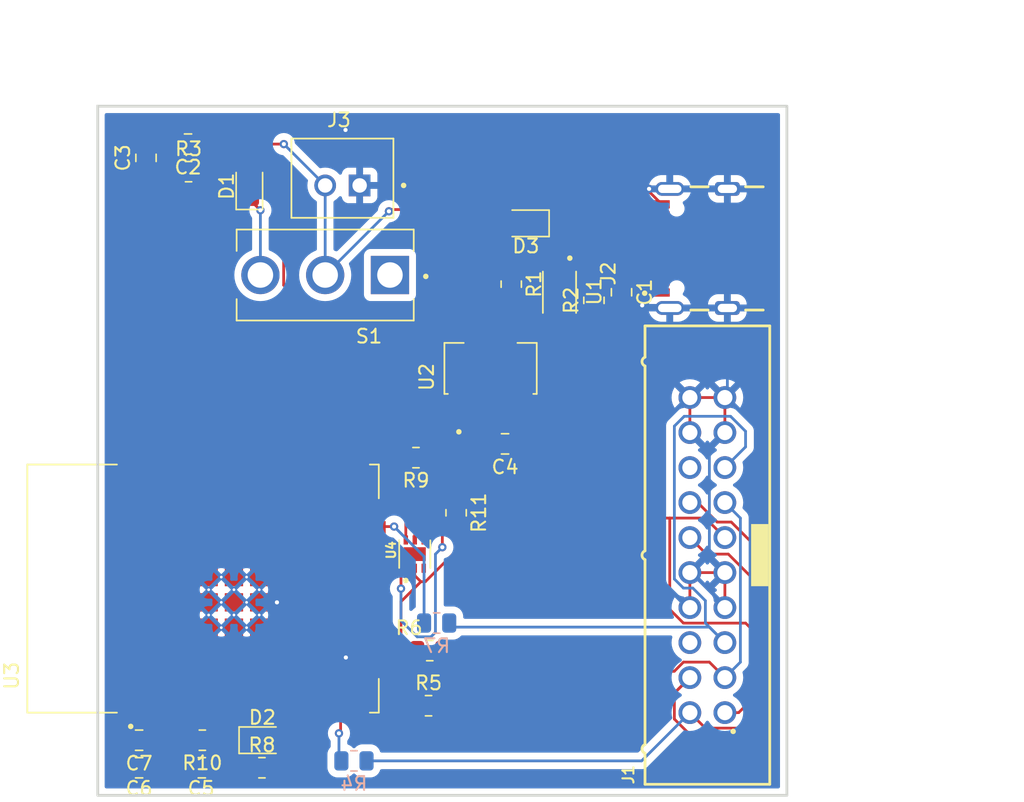
<source format=kicad_pcb>
(kicad_pcb (version 20240108) (generator "pcbnew") (generator_version "8.0")
  (layers (0 "F.Cu" signal) (31 "B.Cu" signal) (34 "B.Paste" user) (35 "F.Paste" user) (36 "B.SilkS" user "B.Silkscreen") (37 "F.SilkS" user "F.Silkscreen") (38 "B.Mask" user) (39 "F.Mask" user) (44 "Edge.Cuts" user))
  (net 0 "")
  (net 1 "Net-(J1-Pad15)")
  (net 2 "+3.3V")
  (net 3 "GNDPWR")
  (net 4 "Net-(J1-Pad14)")
  (net 7 "Net-(J1-Pad12)")
  (net 8 "Net-(J1-Pad13)")
  (net 9 "VBUS")
  (net 10 "VCC")
  (net 11 "Net-(U2-VIN)")
  (net 12 "Net-(U3-EN)")
  (net 13 "Net-(D1-Pad1)")
  (net 14 "Net-(D1-Pad2)")
  (net 15 "Net-(D2-Pad1)")
  (net 16 "Net-(U3-IO33)")
  (net 17 "Net-(D3-Pad2)")
  (net 26 "Net-(U1-STAT)")
  (net 27 "Net-(U1-PROG)")
  (net 28 "Net-(U3-IO14)")
  (net 29 "Net-(U3-IO12)")
  (net 30 "Net-(U3-IO13)")
  (net 31 "Net-(U3-IO15)")
  (net 43 "Net-(U3-SDO{slash}SD0)")
  (net 58 "Net-(U3-SDI{slash}SD1)")
  (footprint "Resistor_SMD:R_0805_2012Metric" (layer "F.Cu") (at 120.0875 141)
    (property "Reference" "R6" (at -1.5 -1.65 0) (layer "F.SilkS"))
    (property "Value" "100")
    (pad "1" smd roundrect (at -0.9125 0) (size 1.025 1.4) (layers "F.Cu" "F.Paste" "F.Mask") (roundrect_rratio 0.243902) (net 30 "Net-(U3-IO13)"))
    (pad "2" smd roundrect (at 0.9125 0) (size 1.025 1.4) (layers "F.Cu" "F.Paste" "F.Mask") (roundrect_rratio 0.243902) (net 8 "Net-(J1-Pad13)"))
  )
  (footprint "Capacitor_SMD:C_0805_2012Metric" (layer "F.Cu") (at 99.5 105.25 90)
    (property "Reference" "C3" (at 0 -1.68 90) (layer "F.SilkS"))
    (property "Value" "4.7 uF")
    (pad "1" smd roundrect (at -0.95 0 90) (size 1 1.45) (layers "F.Cu" "F.Paste" "F.Mask") (net 11 "Net-(U2-VIN)"))
    (pad "2" smd roundrect (at 0.95 0 90) (size 1 1.45) (layers "F.Cu" "F.Paste" "F.Mask") (net 3 "GNDPWR"))
  )
  (footprint "MCP1825S-3302E_DB:SOT230P700X180-4N" (layer "F.Cu") (at 124.5 120.525 90)
    (property "Reference" "U2" (at -0.625 -4.635 90) (layer "F.SilkS"))
    (property "Value" "MCP1825S-3302E_DB")
    (pad "1" smd roundrect (at -3.025 -2.3 90) (size 1.97 0.89) (layers "F.Cu" "F.Paste" "F.Mask") (roundrect_rratio 0.125) (net 11 "Net-(U2-VIN)"))
    (pad "2" smd roundrect (at -3.025 0 90) (size 1.97 0.89) (layers "F.Cu" "F.Paste" "F.Mask") (roundrect_rratio 0.125) (net 3 "GNDPWR"))
    (pad "3" smd roundrect (at -3.025 2.3 90) (size 1.97 0.89) (layers "F.Cu" "F.Paste" "F.Mask") (roundrect_rratio 0.125) (net 2 "+3.3V"))
    (pad "4" smd roundrect (at 3.025 0 90) (size 1.97 3.19) (layers "F.Cu" "F.Paste" "F.Mask") (roundrect_rratio 0.125) (net 3 "GNDPWR"))
  )
  (footprint "Resistor_SMD:R_0805_2012Metric" (layer "F.Cu") (at 126 114.4125 -90)
    (property "Reference" "R1" (at 0 -1.65 90) (layer "F.SilkS"))
    (property "Value" "470")
    (pad "1" smd roundrect (at -0.9125 0 270) (size 1.025 1.4) (layers "F.Cu" "F.Paste" "F.Mask") (roundrect_rratio 0.243902) (net 17 "Net-(D3-Pad2)"))
    (pad "2" smd roundrect (at 0.9125 0 270) (size 1.025 1.4) (layers "F.Cu" "F.Paste" "F.Mask") (roundrect_rratio 0.243902) (net 26 "Net-(U1-STAT)"))
  )
  (footprint "Resistor_SMD:R_0805_2012Metric" (layer "F.Cu") (at 122 131 -90)
    (property "Reference" "R11" (at 0 -1.65 90) (layer "F.SilkS"))
    (property "Value" "10k")
    (pad "1" smd roundrect (at -0.9125 0 270) (size 1.025 1.4) (layers "F.Cu" "F.Paste" "F.Mask") (roundrect_rratio 0.243902) (net 2 "+3.3V"))
    (pad "2" smd roundrect (at 0.9125 0 270) (size 1.025 1.4) (layers "F.Cu" "F.Paste" "F.Mask") (roundrect_rratio 0.243902) (net 58 "Net-(U3-SDI{slash}SD1)"))
  )
  (footprint "500SSP1S2M2QEA:SW_500SSP1S2M2QEA" (layer "F.Cu") (at 112.5 113.75 180)
    (property "Reference" "S1" (at -3.175 -4.445 0) (layer "F.SilkS"))
    (property "Value" "500SSP1S2M2QEA")
    (pad "1" thru_hole rect (at -4.7 0 180) (size 2.775 2.775) (drill 1.85) (layers "*.Cu" "*.Mask"))
    (pad "2" thru_hole circle (at 0 0 180) (size 2.775 2.775) (drill 1.85) (layers "*.Cu" "*.Mask") (net 10 "VCC"))
    (pad "3" thru_hole circle (at 4.7 0 180) (size 2.775 2.775) (drill 1.85) (layers "*.Cu" "*.Mask") (net 13 "Net-(D1-Pad1)"))
  )
  (footprint "ESP32-WROOM-32D:MODULE_ESP32-WROOM-32D" (layer "F.Cu") (at 103.64 136.5 90)
    (property "Reference" "U3" (at -6.325 -13.885 90) (layer "F.SilkS"))
    (property "Value" "ESP32-WROOM-32D")
    (pad "1" smd rect (at -8.5 -5.26 90) (size 2 0.9) (layers "F.Cu" "F.Paste" "F.Mask") (net 3 "GNDPWR"))
    (pad "2" smd rect (at -8.5 -3.99 90) (size 2 0.9) (layers "F.Cu" "F.Paste" "F.Mask") (net 2 "+3.3V"))
    (pad "3" smd rect (at -8.5 -2.72 90) (size 2 0.9) (layers "F.Cu" "F.Paste" "F.Mask") (net 12 "Net-(U3-EN)"))
    (pad "4" smd rect (at -8.5 -1.45 90) (size 2 0.9) (layers "F.Cu" "F.Paste" "F.Mask"))
    (pad "5" smd rect (at -8.5 -0.18 90) (size 2 0.9) (layers "F.Cu" "F.Paste" "F.Mask"))
    (pad "6" smd rect (at -8.5 1.09 90) (size 2 0.9) (layers "F.Cu" "F.Paste" "F.Mask"))
    (pad "7" smd rect (at -8.5 2.36 90) (size 2 0.9) (layers "F.Cu" "F.Paste" "F.Mask"))
    (pad "8" smd rect (at -8.5 3.63 90) (size 2 0.9) (layers "F.Cu" "F.Paste" "F.Mask"))
    (pad "9" smd rect (at -8.5 4.9 90) (size 2 0.9) (layers "F.Cu" "F.Paste" "F.Mask") (net 16 "Net-(U3-IO33)"))
    (pad "10" smd rect (at -8.5 6.17 90) (size 2 0.9) (layers "F.Cu" "F.Paste" "F.Mask"))
    (pad "11" smd rect (at -8.5 7.44 90) (size 2 0.9) (layers "F.Cu" "F.Paste" "F.Mask"))
    (pad "12" smd rect (at -8.5 8.71 90) (size 2 0.9) (layers "F.Cu" "F.Paste" "F.Mask"))
    (pad "13" smd rect (at -8.5 9.98 90) (size 2 0.9) (layers "F.Cu" "F.Paste" "F.Mask") (net 28 "Net-(U3-IO14)"))
    (pad "14" smd rect (at -8.5 11.25 90) (size 2 0.9) (layers "F.Cu" "F.Paste" "F.Mask") (net 29 "Net-(U3-IO12)"))
    (pad "15" smd rect (at -5.715 12.25 90) (size 0.9 2) (layers "F.Cu" "F.Paste" "F.Mask") (net 3 "GNDPWR"))
    (pad "16" smd rect (at -4.445 12.25 90) (size 0.9 2) (layers "F.Cu" "F.Paste" "F.Mask") (net 30 "Net-(U3-IO13)"))
    (pad "17" smd rect (at -3.175 12.25 90) (size 0.9 2) (layers "F.Cu" "F.Paste" "F.Mask"))
    (pad "18" smd rect (at -1.905 12.25 90) (size 0.9 2) (layers "F.Cu" "F.Paste" "F.Mask"))
    (pad "19" smd rect (at -0.635 12.25 90) (size 0.9 2) (layers "F.Cu" "F.Paste" "F.Mask"))
    (pad "20" smd rect (at 0.635 12.25 90) (size 0.9 2) (layers "F.Cu" "F.Paste" "F.Mask"))
    (pad "21" smd rect (at 1.905 12.25 90) (size 0.9 2) (layers "F.Cu" "F.Paste" "F.Mask") (net 43 "Net-(U3-SDO{slash}SD0)"))
    (pad "22" smd rect (at 3.175 12.25 90) (size 0.9 2) (layers "F.Cu" "F.Paste" "F.Mask") (net 58 "Net-(U3-SDI{slash}SD1)"))
    (pad "23" smd rect (at 4.445 12.25 90) (size 0.9 2) (layers "F.Cu" "F.Paste" "F.Mask") (net 31 "Net-(U3-IO15)"))
    (pad "24" smd rect (at 5.715 12.25 90) (size 0.9 2) (layers "F.Cu" "F.Paste" "F.Mask"))
    (pad "25" smd rect (at 8.5 11.25 90) (size 2 0.9) (layers "F.Cu" "F.Paste" "F.Mask"))
    (pad "26" smd rect (at 8.5 9.98 90) (size 2 0.9) (layers "F.Cu" "F.Paste" "F.Mask"))
    (pad "27" smd rect (at 8.5 8.71 90) (size 2 0.9) (layers "F.Cu" "F.Paste" "F.Mask"))
    (pad "28" smd rect (at 8.5 7.44 90) (size 2 0.9) (layers "F.Cu" "F.Paste" "F.Mask"))
    (pad "29" smd rect (at 8.5 6.17 90) (size 2 0.9) (layers "F.Cu" "F.Paste" "F.Mask"))
    (pad "30" smd rect (at 8.5 4.9 90) (size 2 0.9) (layers "F.Cu" "F.Paste" "F.Mask"))
    (pad "31" smd rect (at 8.5 3.63 90) (size 2 0.9) (layers "F.Cu" "F.Paste" "F.Mask"))
    (pad "32" smd rect (at 8.5 2.36 90) (size 2 0.9) (layers "F.Cu" "F.Paste" "F.Mask"))
    (pad "33" smd rect (at 8.5 1.09 90) (size 2 0.9) (layers "F.Cu" "F.Paste" "F.Mask"))
    (pad "34" smd rect (at 8.5 -0.18 90) (size 2 0.9) (layers "F.Cu" "F.Paste" "F.Mask"))
    (pad "35" smd rect (at 8.5 -1.45 90) (size 2 0.9) (layers "F.Cu" "F.Paste" "F.Mask"))
    (pad "36" smd rect (at 8.5 -2.72 90) (size 2 0.9) (layers "F.Cu" "F.Paste" "F.Mask"))
    (pad "37" smd rect (at 8.5 -3.99 90) (size 2 0.9) (layers "F.Cu" "F.Paste" "F.Mask"))
    (pad "38" smd rect (at 8.5 -5.26 90) (size 2 0.9) (layers "F.Cu" "F.Paste" "F.Mask") (net 3 "GNDPWR"))
    (pad "39_1" smd rect (at -2.835 0.405 90) (size 1.33 1.33) (layers "F.Cu" "F.Paste" "F.Mask") (net 3 "GNDPWR"))
    (pad "39_2" smd rect (at -1 0.405 90) (size 1.33 1.33) (layers "F.Cu" "F.Paste" "F.Mask") (net 3 "GNDPWR"))
    (pad "39_3" smd rect (at 0.835 0.405 90) (size 1.33 1.33) (layers "F.Cu" "F.Paste" "F.Mask") (net 3 "GNDPWR"))
    (pad "39_4" smd rect (at -2.835 2.24 90) (size 1.33 1.33) (layers "F.Cu" "F.Paste" "F.Mask") (net 3 "GNDPWR"))
    (pad "39_5" smd rect (at -1 2.24 90) (size 1.33 1.33) (layers "F.Cu" "F.Paste" "F.Mask") (net 3 "GNDPWR"))
    (pad "39_6" smd rect (at 0.835 2.24 90) (size 1.33 1.33) (layers "F.Cu" "F.Paste" "F.Mask") (net 3 "GNDPWR"))
    (pad "39_7" smd rect (at -2.835 4.075 90) (size 1.33 1.33) (layers "F.Cu" "F.Paste" "F.Mask") (net 3 "GNDPWR"))
    (pad "39_8" smd rect (at -1 4.075 90) (size 1.33 1.33) (layers "F.Cu" "F.Paste" "F.Mask") (net 3 "GNDPWR"))
    (pad "39_9" smd rect (at 0.835 4.075 90) (size 1.33 1.33) (layers "F.Cu" "F.Paste" "F.Mask") (net 3 "GNDPWR"))
    (pad "39_10" thru_hole circle (at -1.9175 0.405 90) (size 0.3 0.3) (drill 0.2) (layers "*.Cu" "*.Mask") (net 3 "GNDPWR"))
    (pad "39_11" thru_hole circle (at -0.0825 0.405 90) (size 0.3 0.3) (drill 0.2) (layers "*.Cu" "*.Mask") (net 3 "GNDPWR"))
    (pad "39_12" thru_hole circle (at -2.835 1.3225 90) (size 0.3 0.3) (drill 0.2) (layers "*.Cu" "*.Mask") (net 3 "GNDPWR"))
    (pad "39_13" thru_hole circle (at -1 1.3225 90) (size 0.3 0.3) (drill 0.2) (layers "*.Cu" "*.Mask") (net 3 "GNDPWR"))
    (pad "39_14" thru_hole circle (at 0.835 1.3225 90) (size 0.3 0.3) (drill 0.2) (layers "*.Cu" "*.Mask") (net 3 "GNDPWR"))
    (pad "39_15" thru_hole circle (at -1.9175 2.24 90) (size 0.3 0.3) (drill 0.2) (layers "*.Cu" "*.Mask") (net 3 "GNDPWR"))
    (pad "39_16" thru_hole circle (at -0.0825 2.24 90) (size 0.3 0.3) (drill 0.2) (layers "*.Cu" "*.Mask") (net 3 "GNDPWR"))
    (pad "39_17" thru_hole circle (at -2.835 3.1575 90) (size 0.3 0.3) (drill 0.2) (layers "*.Cu" "*.Mask") (net 3 "GNDPWR"))
    (pad "39_18" thru_hole circle (at -1 3.1575 90) (size 0.3 0.3) (drill 0.2) (layers "*.Cu" "*.Mask") (net 3 "GNDPWR"))
    (pad "39_19" thru_hole circle (at 0.835 3.1575 90) (size 0.3 0.3) (drill 0.2) (layers "*.Cu" "*.Mask") (net 3 "GNDPWR"))
    (pad "39_20" thru_hole circle (at -1.9175 4.075 90) (size 0.3 0.3) (drill 0.2) (layers "*.Cu" "*.Mask") (net 3 "GNDPWR"))
    (pad "39_21" thru_hole circle (at -0.0825 4.075 90) (size 0.3 0.3) (drill 0.2) (layers "*.Cu" "*.Mask") (net 3 "GNDPWR"))
  )
  (footprint "Capacitor_SMD:C_0805_2012Metric" (layer "F.Cu") (at 102.55 104.25 180)
    (property "Reference" "C2" (at 0 -1.68 0) (layer "F.SilkS"))
    (property "Value" "4.7 uF")
    (pad "1" smd roundrect (at -0.95 0 180) (size 1 1.45) (layers "F.Cu" "F.Paste" "F.Mask") (net 10 "VCC"))
    (pad "2" smd roundrect (at 0.95 0 180) (size 1 1.45) (layers "F.Cu" "F.Paste" "F.Mask") (net 3 "GNDPWR"))
  )
  (footprint "Resistor_SMD:R_0805_2012Metric" (layer "F.Cu") (at 103.5875 147.5 180)
    (property "Reference" "R10" (at 0 -1.65 0) (layer "F.SilkS"))
    (property "Value" "1k")
    (pad "1" smd roundrect (at -0.9125 0 180) (size 1.025 1.4) (layers "F.Cu" "F.Paste" "F.Mask") (roundrect_rratio 0.243902) (net 15 "Net-(D2-Pad1)"))
    (pad "2" smd roundrect (at 0.9125 0 180) (size 1.025 1.4) (layers "F.Cu" "F.Paste" "F.Mask") (roundrect_rratio 0.243902) (net 2 "+3.3V"))
  )
  (footprint "MCP73831T-2DCI_MC:SON50P200X300X100-9N" (layer "F.Cu") (at 129.5 115 -90)
    (property "Reference" "U1" (at -0.054 -2.525 90) (layer "F.SilkS"))
    (property "Value" "MCP73831T-2DCI_MC")
    (pad "1" smd roundrect (at -1.435 -0.75 270) (size 0.84 0.27) (layers "F.Cu" "F.Paste" "F.Mask") (roundrect_rratio 0.125) (net 9 "VBUS"))
    (pad "2" smd roundrect (at -1.435 -0.25 270) (size 0.84 0.27) (layers "F.Cu" "F.Paste" "F.Mask") (roundrect_rratio 0.125) (net 9 "VBUS"))
    (pad "3" smd roundrect (at -1.435 0.25 270) (size 0.84 0.27) (layers "F.Cu" "F.Paste" "F.Mask") (roundrect_rratio 0.125) (net 10 "VCC"))
    (pad "4" smd roundrect (at -1.435 0.75 270) (size 0.84 0.27) (layers "F.Cu" "F.Paste" "F.Mask") (roundrect_rratio 0.125) (net 10 "VCC"))
    (pad "5" smd roundrect (at 1.435 0.75 270) (size 0.84 0.27) (layers "F.Cu" "F.Paste" "F.Mask") (roundrect_rratio 0.125) (net 26 "Net-(U1-STAT)"))
    (pad "6" smd roundrect (at 1.435 0.25 270) (size 0.84 0.27) (layers "F.Cu" "F.Paste" "F.Mask") (roundrect_rratio 0.125) (net 3 "GNDPWR"))
    (pad "7" smd roundrect (at 1.435 -0.25 270) (size 0.84 0.27) (layers "F.Cu" "F.Paste" "F.Mask") (roundrect_rratio 0.125))
    (pad "8" smd roundrect (at 1.435 -0.75 270) (size 0.84 0.27) (layers "F.Cu" "F.Paste" "F.Mask") (roundrect_rratio 0.125) (net 27 "Net-(U1-PROG)"))
    (pad "9" smd rect (at 0 0 270) (size 1.63 1.43) (layers "F.Cu" "F.Mask"))
  )
  (footprint "Capacitor_SMD:C_0805_2012Metric" (layer "F.Cu") (at 99 149.5 180)
    (property "Reference" "C6" (at 0 -1.5 0) (layer "F.SilkS"))
    (property "Value" "10uF")
    (pad "1" smd roundrect (at -0.95 0 180) (size 1 1.45) (layers "F.Cu" "F.Paste" "F.Mask") (net 2 "+3.3V"))
    (pad "2" smd roundrect (at 0.95 0 180) (size 1 1.45) (layers "F.Cu" "F.Paste" "F.Mask") (net 3 "GNDPWR"))
  )
  (footprint "USB4105GFA060:GCT_USB4105GFA060" (layer "F.Cu") (at 141.68 111.82 90)
    (property "Reference" "J2" (at -1.825 -8.635 90) (layer "F.SilkS"))
    (property "Value" "USB4105GFA060")
    (pad "" np_thru_hole circle (at -2.89 -3.68 90) (size 0.65 0.65) (drill 0.65) (layers "*.Cu" "*.Mask"))
    (pad "" np_thru_hole circle (at 2.89 -3.68 90) (size 0.65 0.65) (drill 0.65) (layers "*.Cu" "*.Mask"))
    (pad "A1_B12" smd rect (at -3.2 -4.755 90) (size 0.6 1.15) (layers "F.Cu" "F.Paste" "F.Mask") (net 3 "GNDPWR"))
    (pad "A4_B9" smd rect (at -2.4 -4.755 90) (size 0.6 1.15) (layers "F.Cu" "F.Paste" "F.Mask") (net 9 "VBUS"))
    (pad "A5" smd rect (at -1.25 -4.755 90) (size 0.3 1.15) (layers "F.Cu" "F.Paste" "F.Mask"))
    (pad "A6" smd rect (at -0.25 -4.755 90) (size 0.3 1.15) (layers "F.Cu" "F.Paste" "F.Mask"))
    (pad "A7" smd rect (at 0.25 -4.755 90) (size 0.3 1.15) (layers "F.Cu" "F.Paste" "F.Mask"))
    (pad "A8" smd rect (at 1.25 -4.755 90) (size 0.3 1.15) (layers "F.Cu" "F.Paste" "F.Mask"))
    (pad "B1_A12" smd rect (at 3.2 -4.755 90) (size 0.6 1.15) (layers "F.Cu" "F.Paste" "F.Mask") (net 3 "GNDPWR"))
    (pad "B4_A9" smd rect (at 2.4 -4.755 90) (size 0.6 1.15) (layers "F.Cu" "F.Paste" "F.Mask") (net 9 "VBUS"))
    (pad "B5" smd rect (at 1.75 -4.755 90) (size 0.3 1.15) (layers "F.Cu" "F.Paste" "F.Mask"))
    (pad "B6" smd rect (at 0.75 -4.755 90) (size 0.3 1.15) (layers "F.Cu" "F.Paste" "F.Mask"))
    (pad "B7" smd rect (at -0.75 -4.755 90) (size 0.3 1.15) (layers "F.Cu" "F.Paste" "F.Mask"))
    (pad "B8" smd rect (at -1.75 -4.755 90) (size 0.3 1.15) (layers "F.Cu" "F.Paste" "F.Mask"))
    (pad "SH1" thru_hole oval (at -4.32 -4.18 90) (size 1 2.1) (drill oval 0.6 1.7) (layers "*.Cu" "*.Mask") (net 3 "GNDPWR"))
    (pad "SH2" thru_hole oval (at 4.32 -4.18 90) (size 1 2.1) (drill oval 0.6 1.7) (layers "*.Cu" "*.Mask") (net 3 "GNDPWR"))
    (pad "SH3" thru_hole roundrect (at -4.32 0 90) (size 1 1.8) (drill oval 0.6 1.4) (layers "*.Cu" "*.Mask") (net 3 "GNDPWR"))
    (pad "SH4" thru_hole roundrect (at 4.32 0 90) (size 1 1.8) (drill oval 0.6 1.4) (layers "*.Cu" "*.Mask") (net 3 "GNDPWR"))
  )
  (footprint "Resistor_SMD:R_0805_2012Metric" (layer "F.Cu") (at 107.9125 149.5)
    (property "Reference" "R8" (at 0 -1.65 0) (layer "F.SilkS"))
    (property "Value" "TBD")
    (pad "1" smd roundrect (at -0.9125 0) (size 1.025 1.4) (layers "F.Cu" "F.Paste" "F.Mask") (roundrect_rratio 0.243902) (net 2 "+3.3V"))
    (pad "2" smd roundrect (at 0.9125 0) (size 1.025 1.4) (layers "F.Cu" "F.Paste" "F.Mask") (roundrect_rratio 0.243902) (net 12 "Net-(U3-EN)"))
  )
  (footprint "Resistor_SMD:R_0805_2012Metric" (layer "F.Cu") (at 102.5875 106.25)
    (property "Reference" "R3" (at 0 -1.65 0) (layer "F.SilkS"))
    (property "Value" "330")
    (pad "1" smd roundrect (at -0.9125 0) (size 1.025 1.4) (layers "F.Cu" "F.Paste" "F.Mask") (roundrect_rratio 0.243902) (net 11 "Net-(U2-VIN)"))
    (pad "2" smd roundrect (at 0.9125 0) (size 1.025 1.4) (layers "F.Cu" "F.Paste" "F.Mask") (roundrect_rratio 0.243902) (net 14 "Net-(D1-Pad2)"))
  )
  (footprint "6120XX21621_61202021621:61202021621" (layer "F.Cu") (at 140.23 134.07 90)
    (property "Reference" "J1" (at -15.93 -5.73 90) (layer "F.SilkS") (effects (font (size 0.8 0.8))))
    (property "Value" "6120XX21621_61202021621")
    (property "VALUE" "61202021621" (hide yes))
    (pad "1" thru_hole circle (at -11.43 1.27 90) (size 1.65 1.65) (drill 1.1) (layers "*.Cu" "*.Mask") (net 2 "+3.3V"))
    (pad "2" thru_hole circle (at -11.43 -1.27 90) (size 1.65 1.65) (drill 1.1) (layers "*.Cu" "*.Mask") (net 7 "Net-(J1-Pad12)"))
    (pad "3" thru_hole circle (at -8.89 1.27 90) (size 1.65 1.65) (drill 1.1) (layers "*.Cu" "*.Mask") (net 8 "Net-(J1-Pad13)"))
    (pad "4" thru_hole circle (at -8.89 -1.27 90) (size 1.65 1.65) (drill 1.1) (layers "*.Cu" "*.Mask") (net 4 "Net-(J1-Pad14)"))
    (pad "5" thru_hole circle (at -6.35 1.27 90) (size 1.65 1.65) (drill 1.1) (layers "*.Cu" "*.Mask") (net 1 "Net-(J1-Pad15)"))
    (pad "6" thru_hole circle (at -6.35 -1.27 90) (size 1.65 1.65) (drill 1.1) (layers "*.Cu" "*.Mask"))
    (pad "7" thru_hole circle (at -3.81 1.27 90) (size 1.65 1.65) (drill 1.1) (layers "*.Cu" "*.Mask") (net 3 "GNDPWR"))
    (pad "8" thru_hole circle (at -3.81 -1.27 90) (size 1.65 1.65) (drill 1.1) (layers "*.Cu" "*.Mask") (net 3 "GNDPWR"))
    (pad "9" thru_hole circle (at -1.27 1.27 90) (size 1.65 1.65) (drill 1.1) (layers "*.Cu" "*.Mask") (net 3 "GNDPWR"))
    (pad "10" thru_hole circle (at -1.27 -1.27 90) (size 1.65 1.65) (drill 1.1) (layers "*.Cu" "*.Mask") (net 3 "GNDPWR"))
    (pad "11" thru_hole circle (at 1.27 1.27 90) (size 1.65 1.65) (drill 1.1) (layers "*.Cu" "*.Mask") (net 2 "+3.3V"))
    (pad "12" thru_hole circle (at 1.27 -1.27 90) (size 1.65 1.65) (drill 1.1) (layers "*.Cu" "*.Mask") (net 7 "Net-(J1-Pad12)"))
    (pad "13" thru_hole circle (at 3.81 1.27 90) (size 1.65 1.65) (drill 1.1) (layers "*.Cu" "*.Mask") (net 8 "Net-(J1-Pad13)"))
    (pad "14" thru_hole circle (at 3.81 -1.27 90) (size 1.65 1.65) (drill 1.1) (layers "*.Cu" "*.Mask") (net 4 "Net-(J1-Pad14)"))
    (pad "15" thru_hole circle (at 6.35 1.27 90) (size 1.65 1.65) (drill 1.1) (layers "*.Cu" "*.Mask") (net 1 "Net-(J1-Pad15)"))
    (pad "16" thru_hole circle (at 6.35 -1.27 90) (size 1.65 1.65) (drill 1.1) (layers "*.Cu" "*.Mask"))
    (pad "17" thru_hole circle (at 8.89 1.27 90) (size 1.65 1.65) (drill 1.1) (layers "*.Cu" "*.Mask") (net 3 "GNDPWR"))
    (pad "18" thru_hole circle (at 8.89 -1.27 90) (size 1.65 1.65) (drill 1.1) (layers "*.Cu" "*.Mask") (net 3 "GNDPWR"))
    (pad "19" thru_hole circle (at 11.43 1.27 90) (size 1.65 1.65) (drill 1.1) (layers "*.Cu" "*.Mask") (net 3 "GNDPWR"))
    (pad "20" thru_hole circle (at 11.43 -1.27 90) (size 1.65 1.65) (drill 1.1) (layers "*.Cu" "*.Mask") (net 3 "GNDPWR"))
  )
  (footprint "Capacitor_SMD:C_0805_2012Metric" (layer "F.Cu") (at 103.55 149.5 180)
    (property "Reference" "C5" (at 0.05 -1.5 0) (layer "F.SilkS"))
    (property "Value" "TBD")
    (pad "1" smd roundrect (at -0.95 0 180) (size 1 1.45) (layers "F.Cu" "F.Paste" "F.Mask") (net 12 "Net-(U3-EN)"))
    (pad "2" smd roundrect (at 0.95 0 180) (size 1 1.45) (layers "F.Cu" "F.Paste" "F.Mask") (net 3 "GNDPWR"))
  )
  (footprint "Capacitor_SMD:C_0805_2012Metric" (layer "F.Cu") (at 99 147.5 180)
    (property "Reference" "C7" (at 0 -1.68 0) (layer "F.SilkS"))
    (property "Value" "0.1uF")
    (pad "1" smd roundrect (at -0.95 0 180) (size 1 1.45) (layers "F.Cu" "F.Paste" "F.Mask") (net 2 "+3.3V"))
    (pad "2" smd roundrect (at 0.95 0 180) (size 1 1.45) (layers "F.Cu" "F.Paste" "F.Mask") (net 3 "GNDPWR"))
  )
  (footprint "LED_SMD:LED_0805_2012Metric" (layer "F.Cu") (at 107.9375 147.5)
    (property "Reference" "D2" (at 0 -1.65 0) (layer "F.SilkS"))
    (property "Value" "LOW BATTERY")
    (pad "1" smd roundrect (at -0.9375 0) (size 0.975 1.4) (layers "F.Cu" "F.Paste" "F.Mask") (net 15 "Net-(D2-Pad1)"))
    (pad "2" smd roundrect (at 0.9375 0) (size 0.975 1.4) (layers "F.Cu" "F.Paste" "F.Mask") (net 16 "Net-(U3-IO33)"))
  )
  (footprint "B2B-XH-A_LF__SN_:JST_B2B-XH-A_LF__SN_" (layer "F.Cu") (at 113.75 106.725)
    (property "Reference" "J3" (at -0.25 -4.225 0) (layer "F.SilkS"))
    (property "Value" "B2B-XH-A_LF__SN_")
    (pad "1" thru_hole rect (at 1.25 0.525) (size 1.575 1.575) (drill 1.05) (layers "*.Cu" "*.Mask") (net 3 "GNDPWR"))
    (pad "2" thru_hole circle (at -1.25 0.525) (size 1.575 1.575) (drill 1.05) (layers "*.Cu" "*.Mask") (net 10 "VCC"))
  )
  (footprint "Capacitor_SMD:C_0805_2012Metric" (layer "F.Cu") (at 134 115 -90)
    (property "Reference" "C1" (at 0 -1.68 90) (layer "F.SilkS"))
    (property "Value" "4.7 uF")
    (pad "1" smd roundrect (at -0.95 0 270) (size 1 1.45) (layers "F.Cu" "F.Paste" "F.Mask") (net 9 "VBUS"))
    (pad "2" smd roundrect (at 0.95 0 270) (size 1 1.45) (layers "F.Cu" "F.Paste" "F.Mask") (net 3 "GNDPWR"))
  )
  (footprint "Resistor_SMD:R_0805_2012Metric" (layer "F.Cu") (at 120 145)
    (property "Reference" "R5" (at 0 -1.65 0) (layer "F.SilkS"))
    (property "Value" "100")
    (pad "1" smd roundrect (at -0.9125 0) (size 1.025 1.4) (layers "F.Cu" "F.Paste" "F.Mask") (roundrect_rratio 0.243902) (net 29 "Net-(U3-IO12)"))
    (pad "2" smd roundrect (at 0.9125 0) (size 1.025 1.4) (layers "F.Cu" "F.Paste" "F.Mask") (roundrect_rratio 0.243902) (net 4 "Net-(J1-Pad14)"))
  )
  (footprint "TMP117MAIDRVR:SON65P200X200X80-7N" (layer "F.Cu") (at 119 134 90)
    (property "Reference" "U4" (at 0.292 -1.7134 90) (layer "F.SilkS") (effects (font (size 0.64 0.64))))
    (property "Value" "TMP117MAIDRVR")
    (pad "1" smd rect (at -1.025 -0.65 90) (size 0.66 0.32) (layers "F.Cu" "F.Paste" "F.Mask") (net 58 "Net-(U3-SDI{slash}SD1)"))
    (pad "2" smd rect (at -1.025 0 90) (size 0.66 0.32) (layers "F.Cu" "F.Paste" "F.Mask") (net 3 "GNDPWR"))
    (pad "3" smd rect (at -1.025 0.65 90) (size 0.66 0.32) (layers "F.Cu" "F.Paste" "F.Mask"))
    (pad "4" smd rect (at 1.025 0.65 90) (size 0.66 0.32) (layers "F.Cu" "F.Paste" "F.Mask"))
    (pad "5" smd rect (at 1.025 0 90) (size 0.66 0.32) (layers "F.Cu" "F.Paste" "F.Mask") (net 2 "+3.3V"))
    (pad "6" smd rect (at 1.025 -0.65 90) (size 0.66 0.32) (layers "F.Cu" "F.Paste" "F.Mask") (net 43 "Net-(U3-SDO{slash}SD0)"))
    (pad "7" smd rect (at 0 0 90) (size 1 1.6) (layers "F.Cu" "F.Mask"))
  )
  (footprint "Resistor_SMD:R_0805_2012Metric" (layer "F.Cu") (at 119.0875 127 180)
    (property "Reference" "R9" (at 0 -1.65 360) (layer "F.SilkS"))
    (property "Value" "10k")
    (pad "1" smd roundrect (at -0.9125 0 180) (size 1.025 1.4) (layers "F.Cu" "F.Paste" "F.Mask") (roundrect_rratio 0.243902) (net 2 "+3.3V"))
    (pad "2" smd roundrect (at 0.9125 0 180) (size 1.025 1.4) (layers "F.Cu" "F.Paste" "F.Mask") (roundrect_rratio 0.243902) (net 43 "Net-(U3-SDO{slash}SD0)"))
  )
  (footprint "LED_SMD:LED_0805_2012Metric" (layer "F.Cu") (at 127.0625 110 180)
    (property "Reference" "D3" (at 0 -1.65 0) (layer "F.SilkS"))
    (property "Value" "CHARGING")
    (pad "1" smd roundrect (at -0.9375 0 180) (size 0.975 1.4) (layers "F.Cu" "F.Paste" "F.Mask") (net 9 "VBUS"))
    (pad "2" smd roundrect (at 0.9375 0 180) (size 0.975 1.4) (layers "F.Cu" "F.Paste" "F.Mask") (net 17 "Net-(D3-Pad2)"))
  )
  (footprint "Capacitor_SMD:C_0805_2012Metric" (layer "F.Cu") (at 125.55 126 180)
    (property "Reference" "C4" (at 0 -1.68 0) (layer "F.SilkS"))
    (property "Value" "1 uF")
    (pad "1" smd roundrect (at -0.95 0 180) (size 1 1.45) (layers "F.Cu" "F.Paste" "F.Mask") (net 2 "+3.3V"))
    (pad "2" smd roundrect (at 0.95 0 180) (size 1 1.45) (layers "F.Cu" "F.Paste" "F.Mask") (net 3 "GNDPWR"))
  )
  (footprint "Resistor_SMD:R_0805_2012Metric" (layer "F.Cu") (at 132 115.5875 90)
    (property "Reference" "R2" (at 0 -1.65 90) (layer "F.SilkS"))
    (property "Value" "2k" (hide yes))
    (pad "1" smd roundrect (at -0.9125 0 90) (size 1.025 1.4) (layers "F.Cu" "F.Paste" "F.Mask") (roundrect_rratio 0.243902) (net 27 "Net-(U1-PROG)"))
    (pad "2" smd roundrect (at 0.9125 0 90) (size 1.025 1.4) (layers "F.Cu" "F.Paste" "F.Mask") (roundrect_rratio 0.243902) (net 3 "GNDPWR"))
  )
  (footprint "LED_SMD:LED_0805_2012Metric" (layer "F.Cu") (at 107 107.3125 90)
    (property "Reference" "D1" (at 0 -1.65 90) (layer "F.SilkS"))
    (property "Value" "LED VERTE")
    (pad "1" smd roundrect (at -0.9375 0 90) (size 0.975 1.4) (layers "F.Cu" "F.Paste" "F.Mask") (net 13 "Net-(D1-Pad1)"))
    (pad "2" smd roundrect (at 0.9375 0 90) (size 0.975 1.4) (layers "F.Cu" "F.Paste" "F.Mask") (net 14 "Net-(D1-Pad2)"))
  )
  (footprint "Resistor_SMD:R_0805_2012Metric" (layer "B.Cu") (at 120.5875 139)
    (property "Reference" "R7" (at 0 1.65 0) (layer "B.SilkS") (effects (justify mirror)))
    (property "Value" "100")
    (pad "1" smd roundrect (at -0.9125 0) (size 1.025 1.4) (layers "B.Cu" "B.Paste" "B.Mask") (roundrect_rratio 0.243902) (net 31 "Net-(U3-IO15)"))
    (pad "2" smd roundrect (at 0.9125 0) (size 1.025 1.4) (layers "B.Cu" "B.Paste" "B.Mask") (roundrect_rratio 0.243902) (net 1 "Net-(J1-Pad15)"))
  )
  (footprint "Resistor_SMD:R_0805_2012Metric" (layer "B.Cu") (at 114.5875 149)
    (property "Reference" "R4" (at 0 1.65 0) (layer "B.SilkS") (effects (justify mirror)))
    (property "Value" "100")
    (pad "1" smd roundrect (at -0.9125 0) (size 1.025 1.4) (layers "B.Cu" "B.Paste" "B.Mask") (roundrect_rratio 0.243902) (net 28 "Net-(U3-IO14)"))
    (pad "2" smd roundrect (at 0.9125 0) (size 1.025 1.4) (layers "B.Cu" "B.Paste" "B.Mask") (roundrect_rratio 0.243902) (net 7 "Net-(J1-Pad12)"))
  )
  (gr_rect (start 96 101.5) (end 146 151.5) (stroke (width 0.2)) (fill none) (layer "Edge.Cuts"))
  (segment (start 140.085 139.005) (end 140.085 137.379009) (width 0.2) (layer "B.Cu") (net 1))
  (segment (start 143 125.089009) (end 143 126.22) (width 0.2) (layer "B.Cu") (net 1))
  (segment (start 121.795 139.295) (end 140.375 139.295) (width 0.2) (layer "B.Cu") (net 1))
  (segment (start 143 126.22) (end 141.5 127.72) (width 0.2) (layer "B.Cu") (net 1))
  (segment (start 137.835 124.714009) (end 138.549009 124) (width 0.2) (layer "B.Cu") (net 1))
  (segment (start 121.5 139) (end 121.795 139.295) (width 0.2) (layer "B.Cu") (net 1))
  (segment (start 137.835 135.805991) (end 137.835 124.714009) (width 0.2) (layer "B.Cu") (net 1))
  (segment (start 138.494009 136.465) (end 137.835 135.805991) (width 0.2) (layer "B.Cu") (net 1))
  (segment (start 141.910991 124) (end 143 125.089009) (width 0.2) (layer "B.Cu") (net 1))
  (segment (start 138.549009 124) (end 141.910991 124) (width 0.2) (layer "B.Cu") (net 1))
  (segment (start 140.375 139.295) (end 141.5 140.42) (width 0.2) (layer "B.Cu") (net 1))
  (segment (start 139.170991 136.465) (end 138.494009 136.465) (width 0.2) (layer "B.Cu") (net 1))
  (segment (start 140.085 137.379009) (end 139.170991 136.465) (width 0.2) (layer "B.Cu") (net 1))
  (segment (start 141.5 140.42) (end 140.085 139.005) (width 0.2) (layer "B.Cu") (net 1))
  (segment (start 126.8 125.7) (end 126.5 126) (width 0.2) (layer "F.Cu") (net 2))
  (segment (start 107 149.5) (end 105.975 150.525) (width 0.2) (layer "F.Cu") (net 2))
  (segment (start 138.494009 139.005) (end 143.005 139.005) (width 0.2) (layer "F.Cu") (net 2))
  (segment (start 115.305 129.635) (end 115.64 129.3) (width 0.2) (layer "F.Cu") (net 2))
  (segment (start 100.45 148) (end 99.95 147.5) (width 0.2) (layer "F.Cu") (net 2))
  (segment (start 119 131) (end 119 132.975) (width 0.2) (layer "F.Cu") (net 2))
  (segment (start 103.4 150) (end 103.4 148.790256) (width 0.2) (layer "F.Cu") (net 2))
  (segment (start 121.0875 130.0875) (end 120 129) (width 0.2) (layer "F.Cu") (net 2))
  (segment (start 119 126) (end 120 127) (width 0.2) (layer "F.Cu") (net 2))
  (segment (start 115.64 127.86) (end 117.5 126) (width 0.2) (layer "F.Cu") (net 2))
  (segment (start 117.5 126) (end 119 126) (width 0.2) (layer "F.Cu") (net 2))
  (segment (start 99.65 145) (end 99.65 143.8) (width 0.2) (layer "F.Cu") (net 2))
  (segment (start 137.5 138.010991) (end 138.494009 139.005) (width 0.2) (layer "F.Cu") (net 2))
  (segment (start 131.885 131.385) (end 137.5 131.385) (width 0.2) (layer "F.Cu") (net 2))
  (segment (start 113.6 135.9) (end 113.6 130.334314) (width 0.2) (layer "F.Cu") (net 2))
  (segment (start 103.925 150.525) (end 103.4 150) (width 0.2) (layer "F.Cu") (net 2))
  (segment (start 99.65 143.8) (end 100.485 142.965) (width 0.2) (layer "F.Cu") (net 2))
  (segment (start 120 127) (end 120 129) (width 0.2) (layer "F.Cu") (net 2))
  (segment (start 120 129) (end 119.5 129.5) (width 0.2) (layer "F.Cu") (net 2))
  (segment (start 103.4 148.790256) (end 102.675 148.065256) (width 0.2) (layer "F.Cu") (net 2))
  (segment (start 99.65 145) (end 99.65 147.2) (width 0.2) (layer "F.Cu") (net 2))
  (segment (start 124.165 124.835) (end 119.5 129.5) (width 0.2) (layer "F.Cu") (net 2))
  (segment (start 119 130) (end 119 131) (width 0.2) (layer "F.Cu") (net 2))
  (segment (start 105.975 150.525) (end 103.925 150.525) (width 0.2) (layer "F.Cu") (net 2))
  (segment (start 119 130.5) (end 119 131) (width 0.2) (layer "F.Cu") (net 2))
  (segment (start 102.675 147.5) (end 99.95 147.5) (width 0.2) (layer "F.Cu") (net 2))
  (segment (start 99.65 147.2) (end 99.95 147.5) (width 0.2) (layer "F.Cu") (net 2))
  (segment (start 122 130.0875) (end 121.0875 130.0875) (width 0.2) (layer "F.Cu") (net 2))
  (segment (start 144 140) (end 144 144) (width 0.2) (layer "F.Cu") (net 2))
  (segment (start 100.485 142.965) (end 106.535 142.965) (width 0.2) (layer "F.Cu") (net 2))
  (segment (start 102.675 148.065256) (end 102.675 147.5) (width 0.2) (layer "F.Cu") (net 2))
  (segment (start 137.5 131.385) (end 140.085 131.385) (width 0.2) (layer "F.Cu") (net 2))
  (segment (start 114.299314 129.635) (end 115.305 129.635) (width 0.2) (layer "F.Cu") (net 2))
  (segment (start 126.8 123.55) (end 126.8 125.7) (width 0.2) (layer "F.Cu") (net 2))
  (segment (start 126.8 123.55) (end 125.515 124.835) (width 0.2) (layer "F.Cu") (net 2))
  (segment (start 113.6 130.334314) (end 114.299314 129.635) (width 0.2) (layer "F.Cu") (net 2))
  (segment (start 144 144) (end 142.5 145.5) (width 0.2) (layer "F.Cu") (net 2))
  (segment (start 126.5 126) (end 131.885 131.385) (width 0.2) (layer "F.Cu") (net 2))
  (segment (start 140.085 131.385) (end 141.5 132.8) (width 0.2) (layer "F.Cu") (net 2))
  (segment (start 142.5 145.5) (end 141.5 145.5) (width 0.2) (layer "F.Cu") (net 2))
  (segment (start 119.5 129.5) (end 119 130) (width 0.2) (layer "F.Cu") (net 2))
  (segment (start 115.64 129.3) (end 115.64 127.86) (width 0.2) (layer "F.Cu") (net 2))
  (segment (start 125.515 124.835) (end 124.165 124.835) (width 0.2) (layer "F.Cu") (net 2))
  (segment (start 143.005 139.005) (end 144 140) (width 0.2) (layer "F.Cu") (net 2))
  (segment (start 113.6 135.9) (end 106.535 142.965) (width 0.2) (layer "F.Cu") (net 2))
  (segment (start 99.95 149.5) (end 99.95 147.5) (width 0.2) (layer "F.Cu") (net 2))
  (segment (start 137.5 131.385) (end 137.5 138.010991) (width 0.2) (layer "F.Cu") (net 2))
  (segment (start 124.5 117.5) (end 124.5 123.55) (width 0.2) (layer "F.Cu") (net 3))
  (segment (start 138.96 122.64) (end 138.96 125.18) (width 0.2) (layer "F.Cu") (net 3))
  (segment (start 98.38 143.8) (end 102.845 139.335) (width 0.2) (layer "F.Cu") (net 3))
  (segment (start 101.6 104.25) (end 102.625 103.225) (width 0.2) (layer "F.Cu") (net 3))
  (segment (start 104.045 137.5) (end 105.88 137.5) (width 0.2) (layer "F.Cu") (net 3))
  (segment (start 136.925 115.02) (end 136.43 115.02) (width 0.2) (layer "F.Cu") (net 3))
  (segment (start 137.5 107.5) (end 138.05 107.5) (width 0.2) (layer "F.Cu") (net 3))
  (segment (start 115.89 142.215) (end 114.715 142.215) (width 0.2) (layer "F.Cu") (net 3))
  (segment (start 141.68 122.46) (end 141.5 122.64) (width 0.2) (layer "F.Cu") (net 3))
  (segment (start 132 114.675) (end 132.725 114.675) (width 0.2) (layer "F.Cu") (net 3))
  (segment (start 114.715 142.215) (end 114 141.5) (width 0.2) (layer "F.Cu") (net 3))
  (segment (start 102.845 139.335) (end 104.045 139.335) (width 0.2) (layer "F.Cu") (net 3))
  (segment (start 118 141.305) (end 118 137.445) (width 0.2) (layer "F.Cu") (net 3))
  (segment (start 136.43 115.02) (end 135.5 115.95) (width 0.2) (layer "F.Cu") (net 3))
  (segment (start 138.96 135.34) (end 138.96 137.88) (width 0.2) (layer "F.Cu") (net 3))
  (segment (start 98.38 145.12) (end 98.05 145.45) (width 0.2) (layer "F.Cu") (net 3))
  (segment (start 129.164572 117.5) (end 129.509572 117.155) (width 0.2) (layer "F.Cu") (net 3))
  (segment (start 98.38 147.17) (end 98.05 147.5) (width 0.2) (layer "F.Cu") (net 3))
  (segment (start 107.715 137.5) (end 107.715 139.335) (width 0.2) (layer "F.Cu") (net 3))
  (segment (start 105.88 136.5825) (end 105.88 137.5) (width 0.2) (layer "F.Cu") (net 3))
  (segment (start 98.38 128) (end 98.38 130) (width 0.2) (layer "F.Cu") (net 3))
  (segment (start 107.715 137.5) (end 106.7975 137.5) (width 0.2) (layer "F.Cu") (net 3))
  (segment (start 99.075 150.525) (end 98.05 149.5) (width 0.2) (layer "F.Cu") (net 3))
  (segment (start 105.88 135.665) (end 107.715 135.665) (width 0.2) (layer "F.Cu") (net 3))
  (segment (start 119.765 136) (end 119.445 136) (width 0.2) (layer "F.Cu") (net 3))
  (segment (start 98.38 145) (end 98.38 143.8) (width 0.2) (layer "F.Cu") (net 3))
  (segment (start 124.5 117.5) (end 129.164572 117.5) (width 0.2) (layer "F.Cu") (net 3))
  (segment (start 129.509572 117.155) (end 129.25 116.895428) (width 0.2) (layer "F.Cu") (net 3))
  (segment (start 98.38 130) (end 104.045 135.665) (width 0.2) (layer "F.Cu") (net 3))
  (segment (start 102.6 149.5) (end 101.575 150.525) (width 0.2) (layer "F.Cu") (net 3))
  (segment (start 134 116.45) (end 132.95 117.5) (width 0.2) (layer "F.Cu") (net 3))
  (segment (start 132.725 114.675) (end 134 115.95) (width 0.2) (layer "F.Cu") (net 3))
  (segment (start 132.95 117.5) (end 129.164572 117.5) (width 0.2) (layer "F.Cu") (net 3))
  (segment (start 117.09 142.215) (end 118 141.305) (width 0.2) (layer "F.Cu") (net 3))
  (segment (start 107.715 139.335) (end 105.88 139.335) (width 0.2) (layer "F.Cu") (net 3))
  (segment (start 100.345 124.835) (end 123.215 124.835) (width 0.2) (layer "F.Cu") (net 3))
  (segment (start 129.25 116.895428) (end 129.25 116.435) (width 0.2) (layer "F.Cu") (net 3))
  (segment (start 109 137.5) (end 107.715 137.5) (width 0.2) (layer "F.Cu") (net 3))
  (segment (start 118 137.445) (end 119.445 136) (width 0.2) (layer "F.Cu") (net 3))
  (segment (start 135.5 115.95) (end 135.995 115.95) (width 0.2) (layer "F.Cu") (net 3))
  (segment (start 134 115.95) (end 134 116.45) (width 0.2) (layer "F.Cu") (net 3))
  (segment (start 102.625 103.225) (end 113.975 103.225) (width 0.2) (layer "F.Cu") (net 3))
  (segment (start 98.38 128) (end 98.38 126.8) (width 0.2) (layer "F.Cu") (net 3))
  (segment (start 104.045 137.5) (end 104.045 136.5825) (width 0.2) (layer "F.Cu") (net 3))
  (segment (start 98.38 126.8) (end 100.345 124.835) (width 0.2) (layer "F.Cu") (net 3))
  (segment (start 124.6 126) (end 124.6 131.165) (width 0.2) (layer "F.Cu") (net 3))
  (segment (start 135.555 107.25) (end 136.925 108.62) (width 0.2) (layer "F.Cu") (net 3))
  (segment (start 134 115.95) (end 135.5 115.95) (width 0.2) (layer "F.Cu") (net 3))
  (segment (start 119.445 136) (end 119 135.555) (width 0.2) (layer "F.Cu") (net 3))
  (segment (start 104.045 135.665) (end 105.88 135.665) (width 0.2) (layer "F.Cu") (net 3))
  (segment (start 123.215 124.835) (end 124.5 123.55) (width 0.2) (layer "F.Cu") (net 3))
  (segment (start 115 107.25) (end 135.555 107.25) (width 0.2) (layer "F.Cu") (net 3))
  (segment (start 141.5 122.64) (end 138.96 122.64) (width 0.2) (layer "F.Cu") (net 3))
  (segment (start 138.96 135.34) (end 141.5 135.34) (width 0.2) (layer "F.Cu") (net 3))
  (segment (start 104.045 139.335) (end 104.045 137.5) (width 0.2) (layer "F.Cu") (net 3))
  (segment (start 105.88 138.4175) (end 105.88 139.335) (width 0.2) (layer "F.Cu") (net 3))
  (segment (start 105.88 139.335) (end 104.045 139.335) (width 0.2) (layer "F.Cu") (net 3))
  (segment (start 124.5 125.9) (end 124.6 126) (width 0.2) (layer "F.Cu") (net 3))
  (segment (start 107.715 135.665) (end 107.715 137.5) (width 0.2) (layer "F.Cu") (net 3))
  (segment (start 101.575 150.525) (end 99.075 150.525) (width 0.2) (layer "F.Cu") (net 3))
  (segment (start 141.5 122.64) (end 141.5 125.18) (width 0.2) (layer "F.Cu") (net 3))
  (segment (start 98.38 145) (end 98.38 145.12) (width 0.2) (layer "F.Cu") (net 3))
  (segment (start 99.5 104.3) (end 101.55 104.3) (width 0.2) (layer "F.Cu") (net 3))
  (segment (start 119 135.555) (end 119 135.025) (width 0.2) (layer "F.Cu") (net 3))
  (segment (start 101.55 104.3) (end 101.6 104.25) (width 0.2) (layer "F.Cu") (net 3))
  (segment (start 141.5 135.34) (end 141.5 137.88) (width 0.2) (layer "F.Cu") (net 3))
  (segment (start 98.05 149.5) (end 98.05 147.5) (width 0.2) (layer "F.Cu") (net 3))
  (segment (start 98.38 145) (end 98.38 147.17) (width 0.2) (layer "F.Cu") (net 3))
  (segment (start 124.6 131.165) (end 119.765 136) (width 0.2) (layer "F.Cu") (net 3))
  (segment (start 115.89 142.215) (end 117.09 142.215) (width 0.2) (layer "F.Cu") (net 3))
  (via (at 109 137.5) (size 0.6) (drill 0.3) (layers "F.Cu" "B.Cu") (net 3))
  (via (at 114 141.5) (size 0.6) (drill 0.3) (layers "F.Cu" "B.Cu") (net 3))
  (via (at 113.975 103.225) (size 0.6) (drill 0.3) (layers "F.Cu" "B.Cu") (net 3))
  (via (at 136 107.5) (size 0.6) (drill 0.3) (layers "F.Cu" "B.Cu") (net 3))
  (via (at 135.5 115.95) (size 0.6) (drill 0.3) (layers "F.Cu" "B.Cu") (net 3))
  (segment (start 113 141.5) (end 109 137.5) (width 0.2) (layer "B.Cu") (net 3))
  (segment (start 141.68 116.14) (end 141.68 122.46) (width 0.2) (layer "B.Cu") (net 3))
  (segment (start 140.375 126.305) (end 140.375 134.215) (width 0.2) (layer "B.Cu") (net 3))
  (segment (start 113.975 103.225) (end 115 104.25) (width 0.2) (layer "B.Cu") (net 3))
  (segment (start 137.714594 115.95) (end 135.5 115.95) (width 0.2) (layer "B.Cu") (net 3))
  (segment (start 114 141.5) (end 113 141.5) (width 0.2) (layer "B.Cu") (net 3))
  (segment (start 141.68 107.5) (end 141.68 116.14) (width 0.2) (layer "B.Cu") (net 3))
  (segment (start 141.5 125.18) (end 140.375 126.305) (width 0.2) (layer "B.Cu") (net 3))
  (segment (start 140.375 134.215) (end 141.5 135.34) (width 0.2) (layer "B.Cu") (net 3))
  (segment (start 137.5 107.5) (end 141.68 107.5) (width 0.2) (layer "B.Cu") (net 3))
  (segment (start 115 104.25) (end 115 107.25) (width 0.2) (layer "B.Cu") (net 3))
  (segment (start 137.5 107.5) (end 136 107.5) (width 0.2) (layer "B.Cu") (net 3))
  (segment (start 141.68 116.14) (end 137.5 116.14) (width 0.2) (layer "B.Cu") (net 3))
  (segment (start 138.894009 147.025) (end 137.835 145.965991) (width 0.2) (layer "F.Cu") (net 4))
  (segment (start 144.8 146.565686) (end 144.340686 147.025) (width 0.2) (layer "F.Cu") (net 4))
  (segment (start 137.835 144.085) (end 138.96 142.96) (width 0.2) (layer "F.Cu") (net 4))
  (segment (start 139.525686 130.26) (end 140.940686 131.675) (width 0.2) (layer "F.Cu") (net 4))
  (segment (start 120.9125 145) (end 136.92 145) (width 0.2) (layer "F.Cu") (net 4))
  (segment (start 141.965991 131.675) (end 144.8 134.509009) (width 0.2) (layer "F.Cu") (net 4))
  (segment (start 136.92 145) (end 138.96 142.96) (width 0.2) (layer "F.Cu") (net 4))
  (segment (start 140.940686 131.675) (end 141.965991 131.675) (width 0.2) (layer "F.Cu") (net 4))
  (segment (start 144.8 134.509009) (end 144.8 146.565686) (width 0.2) (layer "F.Cu") (net 4))
  (segment (start 137.835 145.965991) (end 137.835 144.085) (width 0.2) (layer "F.Cu") (net 4))
  (segment (start 144.340686 147.025) (end 138.894009 147.025) (width 0.2) (layer "F.Cu") (net 4))
  (segment (start 138.96 130.26) (end 139.525686 130.26) (width 0.2) (layer "F.Cu") (net 4))
  (segment (start 138.96 145.5) (end 140.085 146.625) (width 0.2) (layer "F.Cu") (net 7))
  (segment (start 144.4 136.649009) (end 141.750991 134) (width 0.2) (layer "F.Cu") (net 7))
  (segment (start 140.16 134) (end 138.96 132.8) (width 0.2) (layer "F.Cu") (net 7))
  (segment (start 144.4 146.4) (end 144.4 136.649009) (width 0.2) (layer "F.Cu") (net 7))
  (segment (start 144.175 146.625) (end 144.4 146.4) (width 0.2) (layer "F.Cu") (net 7))
  (segment (start 141.750991 134) (end 140.16 134) (width 0.2) (layer "F.Cu") (net 7))
  (segment (start 140.085 146.625) (end 144.175 146.625) (width 0.2) (layer "F.Cu") (net 7))
  (segment (start 135.46 149) (end 115.5 149) (width 0.2) (layer "B.Cu") (net 7))
  (segment (start 138.96 145.5) (end 135.46 149) (width 0.2) (layer "B.Cu") (net 7))
  (segment (start 121 141) (end 122.5 142.5) (width 0.2) (layer "F.Cu") (net 8))
  (segment (start 138.494009 141.835) (end 140.375 141.835) (width 0.2) (layer "F.Cu") (net 8))
  (segment (start 137.829009 142.5) (end 138.494009 141.835) (width 0.2) (layer "F.Cu") (net 8))
  (segment (start 140.375 141.835) (end 141.5 142.96) (width 0.2) (layer "F.Cu") (net 8))
  (segment (start 122.5 142.5) (end 137.829009 142.5) (width 0.2) (layer "F.Cu") (net 8))
  (segment (start 142.625 131.385) (end 141.5 130.26) (width 0.2) (layer "B.Cu") (net 8))
  (segment (start 142.625 141.835) (end 142.625 131.385) (width 0.2) (layer "B.Cu") (net 8))
  (segment (start 141.5 142.96) (end 142.625 141.835) (width 0.2) (layer "B.Cu") (net 8))
  (segment (start 136 114.05) (end 136.755 114.05) (width 0.2) (layer "F.Cu") (net 9))
  (segment (start 129.75 111.75) (end 129.75 113.565) (width 0.2) (layer "F.Cu") (net 9))
  (segment (start 129.75 113.565) (end 133.515 113.565) (width 0.2) (layer "F.Cu") (net 9))
  (segment (start 136 109.57) (end 136 114.05) (width 0.2) (layer "F.Cu") (net 9))
  (segment (start 136.925 109.42) (end 136.15 109.42) (width 0.2) (layer "F.Cu") (net 9))
  (segment (start 134 114.05) (end 136 114.05) (width 0.2) (layer "F.Cu") (net 9))
  (segment (start 133.515 113.565) (end 134 114.05) (width 0.2) (layer "F.Cu") (net 9))
  (segment (start 128 110) (end 129.75 111.75) (width 0.2) (layer "F.Cu") (net 9))
  (segment (start 136.755 114.05) (end 136.925 114.22) (width 0.2) (layer "F.Cu") (net 9))
  (segment (start 136.15 109.42) (end 136 109.57) (width 0.2) (layer "F.Cu") (net 9))
  (segment (start 109.5 104.25) (end 103.5 104.25) (width 0.2) (layer "F.Cu") (net 10))
  (segment (start 117.25 109) (end 126.600732 109) (width 0.2) (layer "F.Cu") (net 10))
  (segment (start 127 109.399268) (end 127 111.815) (width 0.2) (layer "F.Cu") (net 10))
  (segment (start 127 111.815) (end 128.75 113.565) (width 0.2) (layer "F.Cu") (net 10))
  (segment (start 126.600732 109) (end 127 109.399268) (width 0.2) (layer "F.Cu") (net 10))
  (segment (start 129.25 113.565) (end 128.75 113.565) (width 0.2) (layer "F.Cu") (net 10))
  (via (at 117.125 109.125) (size 0.6) (drill 0.3) (layers "F.Cu" "B.Cu") (net 10))
  (via (at 109.5 104.25) (size 0.6) (drill 0.3) (layers "F.Cu" "B.Cu") (net 10))
  (segment (start 112.5 107.25) (end 112.5 113.75) (width 0.2) (layer "B.Cu") (net 10))
  (segment (start 112.5 107.25) (end 109.5 104.25) (width 0.2) (layer "B.Cu") (net 10))
  (segment (start 112.5 113.75) (end 117.125 109.125) (width 0.2) (layer "B.Cu") (net 10))
  (segment (start 117.125 109.125) (end 117.25 109) (width 0.2) (layer "B.Cu") (net 10))
  (segment (start 107.688232 107.4625) (end 109.4875 109.261768) (width 0.2) (layer "F.Cu") (net 11))
  (segment (start 118.55 123.55) (end 122.2 123.55) (width 0.2) (layer "F.Cu") (net 11))
  (segment (start 109.4875 109.261768) (end 109.4875 114.4875) (width 0.2) (layer "F.Cu") (net 11))
  (segment (start 101.625 106.2) (end 101.675 106.25) (width 0.2) (layer "F.Cu") (net 11))
  (segment (start 102.8875 107.4625) (end 107.688232 107.4625) (width 0.2) (layer "F.Cu") (net 11))
  (segment (start 99.5 106.2) (end 101.625 106.2) (width 0.2) (layer "F.Cu") (net 11))
  (segment (start 101.675 106.25) (end 102.8875 107.4625) (width 0.2) (layer "F.Cu") (net 11))
  (segment (start 109.4875 114.4875) (end 118.55 123.55) (width 0.2) (layer "F.Cu") (net 11))
  (segment (start 100.92 145) (end 100.92 146.2) (width 0.2) (layer "F.Cu") (net 12))
  (segment (start 103.6875 147.015256) (end 103.6875 148.184744) (width 0.2) (layer "F.Cu") (net 12))
  (segment (start 103.172244 146.5) (end 103.6875 147.015256) (width 0.2) (layer "F.Cu") (net 12))
  (segment (start 100.92 146.2) (end 101.22 146.5) (width 0.2) (layer "F.Cu") (net 12))
  (segment (start 101.22 146.5) (end 103.172244 146.5) (width 0.2) (layer "F.Cu") (net 12))
  (segment (start 105.5 148.5) (end 107.825 148.5) (width 0.2) (layer "F.Cu") (net 12))
  (segment (start 104.5 149.5) (end 105.5 148.5) (width 0.2) (layer "F.Cu") (net 12))
  (segment (start 107.825 148.5) (end 108.825 149.5) (width 0.2) (layer "F.Cu") (net 12))
  (segment (start 103.6875 148.184744) (end 104.002756 148.5) (width 0.2) (layer "F.Cu") (net 12))
  (segment (start 104.002756 148.5) (end 104.5 148.5) (width 0.2) (layer "F.Cu") (net 12))
  (segment (start 104.5 148.5) (end 104.5 149.5) (width 0.2) (layer "F.Cu") (net 12))
  (segment (start 107 108.25) (end 107.8 109.05) (width 0.2) (layer "F.Cu") (net 13))
  (via (at 107.8 109.05) (size 0.6) (drill 0.3) (layers "F.Cu" "B.Cu") (net 13))
  (segment (start 107.8 109.05) (end 107.8 113.75) (width 0.2) (layer "B.Cu") (net 13))
  (segment (start 106.875 106.25) (end 107 106.375) (width 0.2) (layer "F.Cu") (net 14))
  (segment (start 103.5 106.25) (end 106.875 106.25) (width 0.2) (layer "F.Cu") (net 14))
  (segment (start 107 147.5) (end 104.5 147.5) (width 0.2) (layer "F.Cu") (net 15))
  (segment (start 108.54 148.085) (end 108.5 148.125) (width 0.2) (layer "F.Cu") (net 16))
  (segment (start 108.875 147.5) (end 108.875 145.335) (width 0.2) (layer "F.Cu") (net 16))
  (segment (start 108.875 145.335) (end 108.54 145) (width 0.2) (layer "F.Cu") (net 16))
  (segment (start 126.125 110) (end 126.125 113.375) (width 0.2) (layer "F.Cu") (net 17))
  (segment (start 126.125 113.375) (end 126 113.5) (width 0.2) (layer "F.Cu") (net 17))
  (segment (start 126 115.325) (end 127.64 115.325) (width 0.2) (layer "F.Cu") (net 26))
  (segment (start 127.64 115.325) (end 128.75 116.435) (width 0.2) (layer "F.Cu") (net 26))
  (segment (start 132 116.5) (end 130.315 116.5) (width 0.2) (layer "F.Cu") (net 27))
  (segment (start 130.315 116.5) (end 130.25 116.435) (width 0.2) (layer "F.Cu") (net 27))
  (segment (start 113.62 145) (end 113.62 146.88) (width 0.2) (layer "F.Cu") (net 28))
  (segment (start 113.62 146.88) (end 113.5 147) (width 0.2) (layer "F.Cu") (net 28))
  (via (at 113.5 147) (size 0.6) (drill 0.3) (layers "F.Cu" "B.Cu") (net 28))
  (segment (start 113.5 147) (end 113.5 149) (width 0.2) (layer "B.Cu") (net 28))
  (segment (start 114.89 145) (end 119.0875 145) (width 0.2) (layer "F.Cu") (net 29))
  (segment (start 117.175 143) (end 119.175 141) (width 0.2) (layer "F.Cu") (net 30))
  (segment (start 113.4 141.1) (end 113.4 141.775) (width 0.2) (layer "F.Cu") (net 30))
  (segment (start 114.625 143) (end 117.175 143) (width 0.2) (layer "F.Cu") (net 30))
  (segment (start 114 140.5) (end 113.4 141.1) (width 0.2) (layer "F.Cu") (net 30))
  (segment (start 113.4 141.775) (end 114.625 143) (width 0.2) (layer "F.Cu") (net 30))
  (segment (start 115.445 140.5) (end 114 140.5) (width 0.2) (layer "F.Cu") (net 30))
  (segment (start 115.89 140.945) (end 115.445 140.5) (width 0.2) (layer "F.Cu") (net 30))
  (segment (start 117.5 132) (end 116 132) (width 0.2) (layer "F.Cu") (net 31))
  (via (at 117.5 132) (size 0.6) (drill 0.3) (layers "F.Cu" "B.Cu") (net 31))
  (segment (start 119.675 139) (end 119.675 134.175) (width 0.2) (layer "B.Cu") (net 31))
  (segment (start 119.675 134.175) (end 117.5 132) (width 0.2) (layer "B.Cu") (net 31))
  (segment (start 118.175 127) (end 118.175 129.05) (width 0.2) (layer "F.Cu") (net 43))
  (segment (start 114 130.5) (end 114 133.905) (width 0.2) (layer "F.Cu") (net 43))
  (segment (start 114.465 130.035) (end 114 130.5) (width 0.2) (layer "F.Cu") (net 43))
  (segment (start 117.19 130.035) (end 114.465 130.035) (width 0.2) (layer "F.Cu") (net 43))
  (segment (start 114 133.905) (end 114.69 134.595) (width 0.2) (layer "F.Cu") (net 43))
  (segment (start 118.35 131.195) (end 117.19 130.035) (width 0.2) (layer "F.Cu") (net 43))
  (segment (start 118.35 132.975) (end 118.35 131.195) (width 0.2) (layer "F.Cu") (net 43))
  (segment (start 114.69 134.595) (end 115.89 134.595) (width 0.2) (layer "F.Cu") (net 43))
  (segment (start 118.175 129.05) (end 117.19 130.035) (width 0.2) (layer "F.Cu") (net 43))
  (segment (start 122 131.9125) (end 121.3 131.9125) (width 0.2) (layer "F.Cu") (net 58))
  (segment (start 121.3 131.9125) (end 121 132.2125) (width 0.2) (layer "F.Cu") (net 58))
  (segment (start 117.9 134.935) (end 117.9 134.135) (width 0.2) (layer "F.Cu") (net 58))
  (segment (start 121 132.2125) (end 121 133.5) (width 0.2) (layer "F.Cu") (net 58))
  (segment (start 118 136.5) (end 118 135.375) (width 0.2) (layer "F.Cu") (net 58))
  (segment (start 117.99 135.025) (end 117.9 134.935) (width 0.2) (layer "F.Cu") (net 58))
  (segment (start 117.09 133.325) (end 115.89 133.325) (width 0.2) (layer "F.Cu") (net 58))
  (segment (start 117.9 134.135) (end 117.09 133.325) (width 0.2) (layer "F.Cu") (net 58))
  (segment (start 118 135.375) (end 118.35 135.025) (width 0.2) (layer "F.Cu") (net 58))
  (segment (start 118.35 135.025) (end 117.99 135.025) (width 0.2) (layer "F.Cu") (net 58))
  (via (at 121 133.5) (size 0.6) (drill 0.3) (layers "F.Cu" "B.Cu") (net 58))
  (via (at 118 136.5) (size 0.6) (drill 0.3) (layers "F.Cu" "B.Cu") (net 58))
  (segment (start 118 138.822244) (end 118 136.5) (width 0.2) (layer "B.Cu") (net 58))
  (segment (start 121 133.5) (end 120.5 134) (width 0.2) (layer "B.Cu") (net 58))
  (segment (start 120.172244 140) (end 119.177756 140) (width 0.2) (layer "B.Cu") (net 58))
  (segment (start 119.177756 140) (end 118 138.822244) (width 0.2) (layer "B.Cu") (net 58))
  (segment (start 120.5 139.672244) (end 120.172244 140) (width 0.2) (layer "B.Cu") (net 58))
  (segment (start 120.5 134) (end 120.5 139.672244) (width 0.2) (layer "B.Cu") (net 58))
  (zone (net 3) (net_name "GNDPWR") (layer "B.Cu") (connect_pads (clearance 0.5)) (min_thickness 0.25) (fill yes (thermal_gap 0.5) (thermal_bridge_width 0.5))
    (polygon (pts (xy 146 101.5) (xy 96 101.5) (xy 96 151.5) (xy 146 151.5)))
  )
)
</source>
